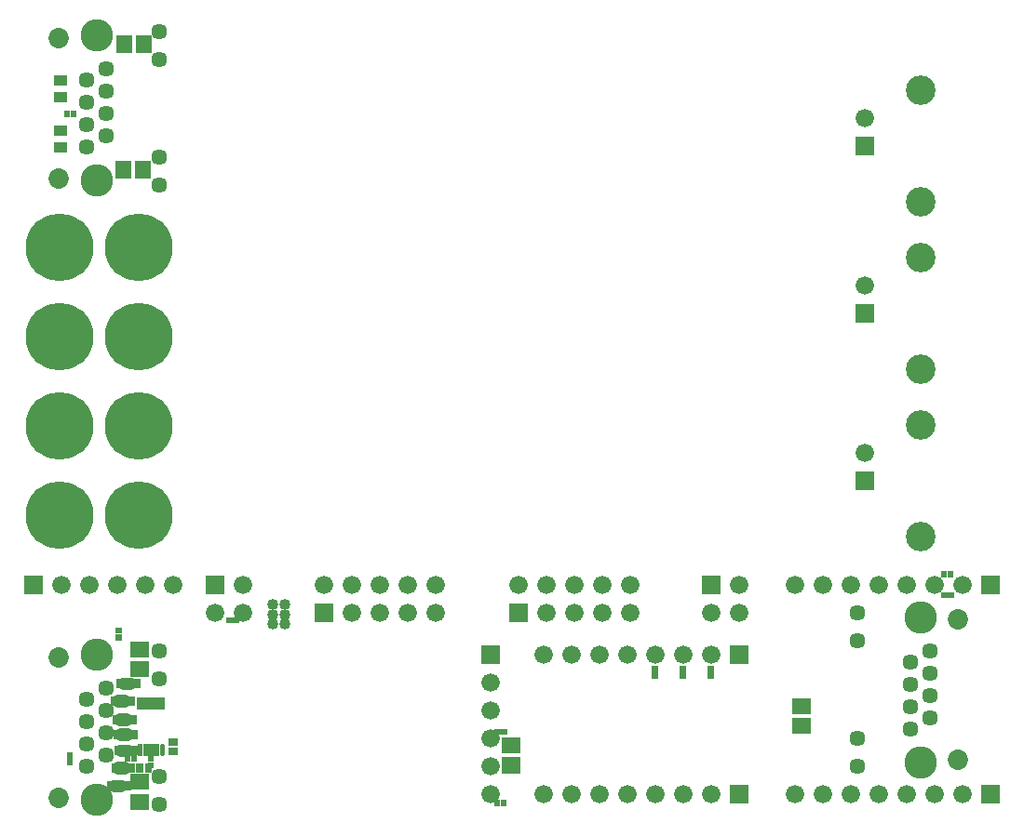
<source format=gbr>
G04 start of page 11 for group -4062 idx -4062 *
G04 Title: (unknown), soldermask *
G04 Creator: pcb 4.2.0 *
G04 CreationDate: Wed Jul 29 20:48:29 2020 UTC *
G04 For: commonadmin *
G04 Format: Gerber/RS-274X *
G04 PCB-Dimensions (mil): 4000.00 3500.00 *
G04 PCB-Coordinate-Origin: lower left *
%MOIN*%
%FSLAX25Y25*%
%LNBOTTOMMASK*%
%ADD169C,0.0180*%
%ADD168C,0.0200*%
%ADD167C,0.0400*%
%ADD166C,0.1162*%
%ADD165C,0.0729*%
%ADD164C,0.2422*%
%ADD163C,0.0572*%
%ADD162C,0.1060*%
%ADD161C,0.0660*%
%ADD160C,0.0001*%
G54D160*G36*
X319200Y140800D02*Y134200D01*
X325800D01*
Y140800D01*
X319200D01*
G37*
G54D161*X322500Y147500D03*
G54D162*X342500Y157500D03*
Y117500D03*
G54D160*G36*
X319200Y200800D02*Y194200D01*
X325800D01*
Y200800D01*
X319200D01*
G37*
G54D161*X322500Y207500D03*
G54D162*X342500Y217500D03*
Y277500D03*
Y237500D03*
Y177500D03*
G54D160*G36*
X319200Y260800D02*Y254200D01*
X325800D01*
Y260800D01*
X319200D01*
G37*
G54D161*X322500Y267500D03*
G54D163*X69980Y288504D03*
Y298543D03*
X70024Y66543D03*
Y76583D03*
G54D164*X34154Y189000D03*
X62500D03*
X34154Y157000D03*
X62500D03*
G54D161*X35000Y100000D03*
X45000D03*
X55000D03*
X65000D03*
G54D165*X34039Y74220D03*
G54D166*X47543Y23039D03*
G54D163*X70024Y21465D03*
Y31504D03*
X44000Y51031D03*
X51087Y47016D03*
Y55047D03*
X44000Y59063D03*
X51087Y63079D03*
X44000Y43000D03*
Y34969D03*
X51087Y38984D03*
G54D165*X34039Y23827D03*
G54D161*X188500Y25000D03*
G54D160*G36*
X185200Y78300D02*Y71700D01*
X191800D01*
Y78300D01*
X185200D01*
G37*
G54D161*X188500Y65000D03*
Y55000D03*
Y45000D03*
Y35000D03*
X129000Y100000D03*
X75000D03*
G54D160*G36*
X86700Y103300D02*Y96700D01*
X93300D01*
Y103300D01*
X86700D01*
G37*
G54D161*X100000Y100000D03*
G54D160*G36*
X125700Y93300D02*Y86700D01*
X132300D01*
Y93300D01*
X125700D01*
G37*
G54D161*X139000Y90000D03*
X90000D03*
X100000D03*
X139000Y100000D03*
X149000D03*
X159000D03*
X169000D03*
X149000Y90000D03*
X159000D03*
X169000D03*
G54D166*X47543Y75008D03*
G54D164*X34154Y125000D03*
X62500D03*
G54D160*G36*
X21700Y103300D02*Y96700D01*
X28300D01*
Y103300D01*
X21700D01*
G37*
G54D166*X47500Y245000D03*
G54D163*X69980Y243425D03*
Y253465D03*
G54D166*X47500Y296969D03*
G54D165*X33996Y296181D03*
Y245787D03*
G54D163*X43957Y272992D03*
Y281024D03*
Y264961D03*
Y256929D03*
X51043Y268976D03*
Y277008D03*
Y285039D03*
Y260945D03*
G54D164*X34154Y221000D03*
X62500D03*
G54D165*X356004Y87697D03*
G54D166*X342500Y88484D03*
G54D163*X346043Y60492D03*
Y68524D03*
Y76555D03*
X320020Y44980D03*
Y34941D03*
G54D165*X356004Y37303D03*
G54D166*X342500Y36516D03*
G54D163*X346043Y52461D03*
X338957Y64508D03*
Y72539D03*
X320020Y90059D03*
Y80020D03*
X338957Y56476D03*
Y48445D03*
G54D160*G36*
X274200Y78300D02*Y71700D01*
X280800D01*
Y78300D01*
X274200D01*
G37*
G54D161*X267500Y75000D03*
X277500Y90000D03*
X257500Y75000D03*
X247500D03*
G54D160*G36*
X264200Y103300D02*Y96700D01*
X270800D01*
Y103300D01*
X264200D01*
G37*
G54D161*X267500Y90000D03*
X277500Y100000D03*
G54D160*G36*
X274200Y28300D02*Y21700D01*
X280800D01*
Y28300D01*
X274200D01*
G37*
G54D161*X267500Y25000D03*
X257500D03*
X247500D03*
X237500D03*
X227500D03*
X217500D03*
X207500D03*
G54D160*G36*
X364200Y103300D02*Y96700D01*
X370800D01*
Y103300D01*
X364200D01*
G37*
G54D161*X357500Y100000D03*
X347500D03*
X337500D03*
X327500D03*
X317500D03*
X307500D03*
X297500D03*
G54D160*G36*
X364200Y28300D02*Y21700D01*
X370800D01*
Y28300D01*
X364200D01*
G37*
G54D161*X357500Y25000D03*
X347500D03*
X337500D03*
X327500D03*
X317500D03*
X307500D03*
X297500D03*
X237500Y75000D03*
X238500Y90000D03*
Y100000D03*
X227500Y75000D03*
X228500Y90000D03*
Y100000D03*
X217500Y75000D03*
X218500Y90000D03*
Y100000D03*
X207500Y75000D03*
X208500Y90000D03*
Y100000D03*
G54D160*G36*
X195200Y93300D02*Y86700D01*
X201800D01*
Y93300D01*
X195200D01*
G37*
G54D161*X198500Y100000D03*
G54D167*X110500Y86000D03*
X115000D03*
Y89500D03*
X110500D03*
Y93000D03*
X115000D03*
G54D160*G36*
X59748Y72785D02*Y67067D01*
X66252D01*
Y72785D01*
X59748D01*
G37*
G36*
Y79871D02*Y74153D01*
X66252D01*
Y79871D01*
X59748D01*
G37*
G36*
X54413Y84768D02*Y82594D01*
X56587D01*
Y84768D01*
X54413D01*
G37*
G36*
X96413Y88587D02*Y86413D01*
X98587D01*
Y88587D01*
X96413D01*
G37*
G36*
X94051D02*Y86413D01*
X96225D01*
Y88587D01*
X94051D01*
G37*
G36*
X54413Y82406D02*Y80232D01*
X56587D01*
Y82406D01*
X54413D01*
G37*
G36*
X67900Y59700D02*X66100D01*
Y55300D01*
X67900D01*
Y59700D01*
G37*
G36*
X69800D02*X68000D01*
Y55300D01*
X69800D01*
Y59700D01*
G37*
G36*
X71800D02*X70000D01*
Y55300D01*
X71800D01*
Y59700D01*
G37*
G36*
X59859Y252221D02*X54141D01*
Y245717D01*
X59859D01*
Y252221D01*
G37*
G36*
X66945D02*X61227D01*
Y245717D01*
X66945D01*
Y252221D01*
G37*
G36*
X60359Y297221D02*X54641D01*
Y290717D01*
X60359D01*
Y297221D01*
G37*
G36*
X67445D02*X61727D01*
Y290717D01*
X67445D01*
Y297221D01*
G37*
G36*
X38275Y270087D02*Y267913D01*
X40449D01*
Y270087D01*
X38275D01*
G37*
G36*
X35913D02*Y267913D01*
X38087D01*
Y270087D01*
X35913D01*
G37*
G36*
X32200Y264800D02*Y261200D01*
X36800D01*
Y264800D01*
X32200D01*
G37*
G36*
Y258800D02*Y255200D01*
X36800D01*
Y258800D01*
X32200D01*
G37*
G36*
Y276800D02*Y273200D01*
X36800D01*
Y276800D01*
X32200D01*
G37*
G36*
Y282800D02*Y279200D01*
X36800D01*
Y282800D01*
X32200D01*
G37*
G54D168*X56950Y63300D02*X59950D01*
X56250Y64000D02*X56950Y63300D01*
G54D160*G36*
X54750Y65000D02*Y63000D01*
X57250D01*
Y65000D01*
X54750D01*
G37*
G54D168*X57250Y63300D02*X57850Y63900D01*
X58450Y63300D01*
X59950D02*X60650Y64000D01*
G54D160*G36*
X59650Y65000D02*Y63000D01*
X63150D01*
Y65000D01*
X59650D01*
G37*
G54D168*X59050Y63900D02*X59650Y63300D01*
X58450D02*X59050Y63900D01*
X56850Y65900D02*X59950D01*
X60550Y65300D01*
G54D160*G36*
X59550Y66300D02*Y64300D01*
X63150D01*
Y66300D01*
X59550D01*
G37*
G54D168*X59050Y65200D02*X59750Y65900D01*
X56250Y65300D02*X56850Y65900D01*
G54D160*G36*
X54750Y66300D02*Y64300D01*
X57250D01*
Y66300D01*
X54750D01*
G37*
G54D168*X59750Y65900D02*X59950D01*
X58350D02*X59050Y65200D01*
X57850D02*X58550Y65900D01*
X57150D02*X57850Y65200D01*
X54950Y57000D02*X57950D01*
X54250Y57700D02*X54950Y57000D01*
G54D160*G36*
X52750Y58700D02*Y56700D01*
X55250D01*
Y58700D01*
X52750D01*
G37*
G54D168*X55250Y57000D02*X55850Y57600D01*
X56450Y57000D01*
X57950D02*X58650Y57700D01*
G54D160*G36*
X57650Y58700D02*Y56700D01*
X61150D01*
Y58700D01*
X57650D01*
G37*
G54D168*X57050Y57600D02*X57650Y57000D01*
X56450D02*X57050Y57600D01*
X54850Y59600D02*X57950D01*
X57750D02*X57950D01*
X54250Y59000D02*X54850Y59600D01*
G54D160*G36*
X52750Y60000D02*Y58000D01*
X55250D01*
Y60000D01*
X52750D01*
G37*
G54D168*X57950Y59600D02*X58550Y59000D01*
X57050Y58900D02*X57750Y59600D01*
X56350D02*X57050Y58900D01*
X55850D02*X56550Y59600D01*
X55150D02*X55850Y58900D01*
G54D160*G36*
X57550Y60000D02*Y58000D01*
X61150D01*
Y60000D01*
X57550D01*
G37*
G36*
X63900Y59700D02*X62100D01*
Y55300D01*
X63900D01*
Y59700D01*
G37*
G36*
X65900D02*X64100D01*
Y55300D01*
X65900D01*
Y59700D01*
G37*
G36*
X189913Y23087D02*Y20913D01*
X192087D01*
Y23087D01*
X189913D01*
G37*
G36*
X192275D02*Y20913D01*
X194449D01*
Y23087D01*
X192275D01*
G37*
G36*
X192748Y38273D02*Y32555D01*
X199252D01*
Y38273D01*
X192748D01*
G37*
G36*
Y45359D02*Y39641D01*
X199252D01*
Y45359D01*
X192748D01*
G37*
G36*
X192413Y48587D02*Y46413D01*
X194587D01*
Y48587D01*
X192413D01*
G37*
G36*
X190051D02*Y46413D01*
X192225D01*
Y48587D01*
X190051D01*
G37*
G36*
X296748Y52359D02*Y46641D01*
X303252D01*
Y52359D01*
X296748D01*
G37*
G36*
Y59445D02*Y53727D01*
X303252D01*
Y59445D01*
X296748D01*
G37*
G36*
X352275Y105087D02*Y102913D01*
X354449D01*
Y105087D01*
X352275D01*
G37*
G36*
X349913D02*Y102913D01*
X352087D01*
Y105087D01*
X349913D01*
G37*
G36*
X352413Y97587D02*Y95413D01*
X354587D01*
Y97587D01*
X352413D01*
G37*
G36*
X350051D02*Y95413D01*
X352225D01*
Y97587D01*
X350051D01*
G37*
G36*
X246413Y68725D02*Y66551D01*
X248587D01*
Y68725D01*
X246413D01*
G37*
G36*
Y71087D02*Y68913D01*
X248587D01*
Y71087D01*
X246413D01*
G37*
G36*
X266413Y68725D02*Y66551D01*
X268587D01*
Y68725D01*
X266413D01*
G37*
G36*
Y71087D02*Y68913D01*
X268587D01*
Y71087D01*
X266413D01*
G37*
G36*
X256413Y68725D02*Y66551D01*
X258587D01*
Y68725D01*
X256413D01*
G37*
G36*
Y71087D02*Y68913D01*
X258587D01*
Y71087D01*
X256413D01*
G37*
G36*
X36913Y40087D02*Y37913D01*
X39087D01*
Y40087D01*
X36913D01*
G37*
G36*
Y37725D02*Y35551D01*
X39087D01*
Y37725D01*
X36913D01*
G37*
G54D168*X55600Y50500D02*X58600D01*
X59300Y51200D01*
X57700Y51100D02*X58300Y50500D01*
X57100D02*X57700Y51100D01*
G54D160*G36*
X58300Y52200D02*Y50200D01*
X61800D01*
Y52200D01*
X58300D01*
G37*
G54D168*X54900Y51200D02*X55600Y50500D01*
X55900D02*X56500Y51100D01*
X57100Y50500D01*
X55850Y47600D02*X58950D01*
X58750D02*X58950D01*
X55250Y47000D02*X55850Y47600D01*
G54D160*G36*
X53750Y48000D02*Y46000D01*
X56250D01*
Y48000D01*
X53750D01*
G37*
G54D168*X58950Y47600D02*X59550Y47000D01*
G54D160*G36*
X58550Y48000D02*Y46000D01*
X62150D01*
Y48000D01*
X58550D01*
G37*
G54D168*X58050Y46900D02*X58750Y47600D01*
X57350D02*X58050Y46900D01*
X56850D02*X57550Y47600D01*
X56150D02*X56850Y46900D01*
G54D160*G36*
X53400Y52200D02*Y50200D01*
X55900D01*
Y52200D01*
X53400D01*
G37*
G54D168*X58600Y53100D02*X59200Y52500D01*
G54D160*G36*
X58200Y53500D02*Y51500D01*
X61800D01*
Y53500D01*
X58200D01*
G37*
G54D168*X57700Y52400D02*X58400Y53100D01*
X58600D01*
X54900Y52500D02*X55500Y53100D01*
G54D160*G36*
X53400Y53500D02*Y51500D01*
X55900D01*
Y53500D01*
X53400D01*
G37*
G54D168*X55500Y53100D02*X58600D01*
X57000D02*X57700Y52400D01*
X56500D02*X57200Y53100D01*
X55800D02*X56500Y52400D01*
X55950Y45000D02*X58950D01*
X55250Y45700D02*X55950Y45000D01*
G54D160*G36*
X53750Y46700D02*Y44700D01*
X56250D01*
Y46700D01*
X53750D01*
G37*
G54D168*X56250Y45000D02*X56850Y45600D01*
X57450Y45000D01*
X58950D02*X59650Y45700D01*
G54D160*G36*
X58650Y46700D02*Y44700D01*
X62150D01*
Y46700D01*
X58650D01*
G37*
G54D168*X58050Y45600D02*X58650Y45000D01*
X57450D02*X58050Y45600D01*
X56050Y39300D02*X59050D01*
X58150Y39900D02*X58750Y39300D01*
X57550D02*X58150Y39900D01*
X56950D02*X57550Y39300D01*
X59050D02*X59750Y40000D01*
X55350D02*X56050Y39300D01*
G54D160*G36*
X53850Y41000D02*Y39000D01*
X56350D01*
Y41000D01*
X53850D01*
G37*
G54D168*X56350Y39300D02*X56950Y39900D01*
X55350Y41300D02*X55950Y41900D01*
G54D160*G36*
X53850Y42300D02*Y40300D01*
X56350D01*
Y42300D01*
X53850D01*
G37*
G54D168*X59050Y41900D02*X59650Y41300D01*
X58150Y41200D02*X58850Y41900D01*
X59050D01*
X55950D02*X59050D01*
X57450D02*X58150Y41200D01*
X56950D02*X57650Y41900D01*
X56250D02*X56950Y41200D01*
G54D160*G36*
X73323Y41784D02*Y39216D01*
X76677D01*
Y41784D01*
X73323D01*
G37*
G36*
Y44932D02*Y42364D01*
X76677D01*
Y44932D01*
X73323D01*
G37*
G54D169*X71000Y42300D02*Y39700D01*
G54D160*G36*
X69900Y43200D02*X68100D01*
Y38800D01*
X69900D01*
Y43200D01*
G37*
G36*
X65913Y38855D02*Y36681D01*
X68087D01*
Y38855D01*
X65913D01*
G37*
G36*
Y36493D02*Y34319D01*
X68087D01*
Y36493D01*
X65913D01*
G37*
G36*
X59913Y39087D02*Y36913D01*
X62087D01*
Y39087D01*
X59913D01*
G37*
G36*
X67432Y36146D02*X64864D01*
Y32792D01*
X67432D01*
Y36146D01*
G37*
G36*
X64284D02*X61716D01*
Y32792D01*
X64284D01*
Y36146D01*
G37*
G36*
X59748Y32328D02*Y26610D01*
X66252D01*
Y32328D01*
X59748D01*
G37*
G36*
Y25242D02*Y19524D01*
X66252D01*
Y25242D01*
X59748D01*
G37*
G36*
X57551Y39087D02*Y36913D01*
X59725D01*
Y39087D01*
X57551D01*
G37*
G54D168*X55100Y33000D02*X58100D01*
X54400Y33700D02*X55100Y33000D01*
G54D160*G36*
X52900Y34700D02*Y32700D01*
X55400D01*
Y34700D01*
X52900D01*
G37*
G54D168*X55400Y33000D02*X56000Y33600D01*
X56600Y33000D01*
X58100D02*X58800Y33700D01*
G54D160*G36*
X57800Y34700D02*Y32700D01*
X61300D01*
Y34700D01*
X57800D01*
G37*
G54D168*X57200Y33600D02*X57800Y33000D01*
X56600D02*X57200Y33600D01*
X55000Y35600D02*X58100D01*
X54400Y35000D02*X55000Y35600D01*
G54D160*G36*
X52900Y36000D02*Y34000D01*
X55400D01*
Y36000D01*
X52900D01*
G37*
G54D168*X56000Y34900D02*X56700Y35600D01*
X55300D02*X56000Y34900D01*
X58100Y35600D02*X58700Y35000D01*
G54D160*G36*
X57700Y36000D02*Y34000D01*
X61300D01*
Y36000D01*
X57700D01*
G37*
G54D168*X57200Y34900D02*X57900Y35600D01*
X58100D01*
X56500D02*X57200Y34900D01*
G54D160*G36*
X67900Y43200D02*X66100D01*
Y38800D01*
X67900D01*
Y43200D01*
G37*
G36*
X66000D02*X64200D01*
Y38800D01*
X66000D01*
Y43200D01*
G37*
G36*
X64000D02*X62200D01*
Y38800D01*
X64000D01*
Y43200D01*
G37*
G36*
X58750Y41000D02*Y39000D01*
X62250D01*
Y41000D01*
X58750D01*
G37*
G36*
X58650Y42300D02*Y40300D01*
X62250D01*
Y42300D01*
X58650D01*
G37*
G54D168*X53600Y26600D02*X56600D01*
X52900Y27300D02*X53600Y26600D01*
X55700Y27200D02*X56300Y26600D01*
X55100D02*X55700Y27200D01*
X53900Y26600D02*X54500Y27200D01*
X55100Y26600D01*
G54D160*G36*
X51400Y28300D02*Y26300D01*
X53900D01*
Y28300D01*
X51400D01*
G37*
G54D168*X52900Y28600D02*X53500Y29200D01*
G54D160*G36*
X51400Y29600D02*Y27600D01*
X53900D01*
Y29600D01*
X51400D01*
G37*
G54D168*X53800Y29200D02*X54500Y28500D01*
X56600Y26600D02*X57300Y27300D01*
G54D160*G36*
X56300Y28300D02*Y26300D01*
X59800D01*
Y28300D01*
X56300D01*
G37*
G54D168*X56600Y29200D02*X57200Y28600D01*
G54D160*G36*
X56200Y29600D02*Y27600D01*
X59800D01*
Y29600D01*
X56200D01*
G37*
G54D168*X55700Y28500D02*X56400Y29200D01*
X56600D01*
X53500D02*X56600D01*
X55000D02*X55700Y28500D01*
X54500D02*X55200Y29200D01*
M02*

</source>
